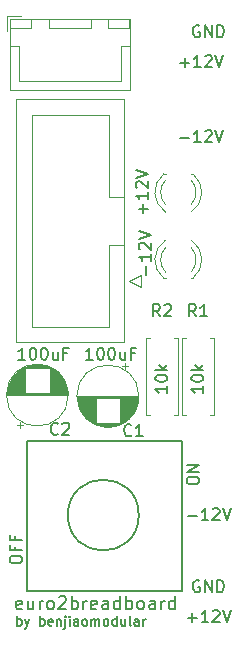
<source format=gbr>
%TF.GenerationSoftware,KiCad,Pcbnew,5.1.9+dfsg1-1~bpo10+1*%
%TF.CreationDate,2022-02-06T15:46:01+08:00*%
%TF.ProjectId,euro2breadboard,6575726f-3262-4726-9561-64626f617264,rev?*%
%TF.SameCoordinates,Original*%
%TF.FileFunction,Legend,Top*%
%TF.FilePolarity,Positive*%
%FSLAX46Y46*%
G04 Gerber Fmt 4.6, Leading zero omitted, Abs format (unit mm)*
G04 Created by KiCad (PCBNEW 5.1.9+dfsg1-1~bpo10+1) date 2022-02-06 15:46:01*
%MOMM*%
%LPD*%
G01*
G04 APERTURE LIST*
%ADD10C,0.150000*%
%ADD11C,0.120000*%
G04 APERTURE END LIST*
D10*
X68286380Y-86677380D02*
X68286380Y-86486904D01*
X68334000Y-86391666D01*
X68429238Y-86296428D01*
X68619714Y-86248809D01*
X68953047Y-86248809D01*
X69143523Y-86296428D01*
X69238761Y-86391666D01*
X69286380Y-86486904D01*
X69286380Y-86677380D01*
X69238761Y-86772619D01*
X69143523Y-86867857D01*
X68953047Y-86915476D01*
X68619714Y-86915476D01*
X68429238Y-86867857D01*
X68334000Y-86772619D01*
X68286380Y-86677380D01*
X68762571Y-85486904D02*
X68762571Y-85820238D01*
X69286380Y-85820238D02*
X68286380Y-85820238D01*
X68286380Y-85344047D01*
X68762571Y-84629761D02*
X68762571Y-84963095D01*
X69286380Y-84963095D02*
X68286380Y-84963095D01*
X68286380Y-84486904D01*
X83272380Y-79994047D02*
X83272380Y-79803571D01*
X83320000Y-79708333D01*
X83415238Y-79613095D01*
X83605714Y-79565476D01*
X83939047Y-79565476D01*
X84129523Y-79613095D01*
X84224761Y-79708333D01*
X84272380Y-79803571D01*
X84272380Y-79994047D01*
X84224761Y-80089285D01*
X84129523Y-80184523D01*
X83939047Y-80232142D01*
X83605714Y-80232142D01*
X83415238Y-80184523D01*
X83320000Y-80089285D01*
X83272380Y-79994047D01*
X84272380Y-79136904D02*
X83272380Y-79136904D01*
X84272380Y-78565476D01*
X83272380Y-78565476D01*
X69279285Y-90742238D02*
X69174523Y-90794619D01*
X68965000Y-90794619D01*
X68860238Y-90742238D01*
X68807857Y-90637476D01*
X68807857Y-90218428D01*
X68860238Y-90113666D01*
X68965000Y-90061285D01*
X69174523Y-90061285D01*
X69279285Y-90113666D01*
X69331666Y-90218428D01*
X69331666Y-90323190D01*
X68807857Y-90427952D01*
X70274523Y-90061285D02*
X70274523Y-90794619D01*
X69803095Y-90061285D02*
X69803095Y-90637476D01*
X69855476Y-90742238D01*
X69960238Y-90794619D01*
X70117380Y-90794619D01*
X70222142Y-90742238D01*
X70274523Y-90689857D01*
X70798333Y-90794619D02*
X70798333Y-90061285D01*
X70798333Y-90270809D02*
X70850714Y-90166047D01*
X70903095Y-90113666D01*
X71007857Y-90061285D01*
X71112619Y-90061285D01*
X71636428Y-90794619D02*
X71531666Y-90742238D01*
X71479285Y-90689857D01*
X71426904Y-90585095D01*
X71426904Y-90270809D01*
X71479285Y-90166047D01*
X71531666Y-90113666D01*
X71636428Y-90061285D01*
X71793571Y-90061285D01*
X71898333Y-90113666D01*
X71950714Y-90166047D01*
X72003095Y-90270809D01*
X72003095Y-90585095D01*
X71950714Y-90689857D01*
X71898333Y-90742238D01*
X71793571Y-90794619D01*
X71636428Y-90794619D01*
X72422142Y-89799380D02*
X72474523Y-89747000D01*
X72579285Y-89694619D01*
X72841190Y-89694619D01*
X72945952Y-89747000D01*
X72998333Y-89799380D01*
X73050714Y-89904142D01*
X73050714Y-90008904D01*
X72998333Y-90166047D01*
X72369761Y-90794619D01*
X73050714Y-90794619D01*
X73522142Y-90794619D02*
X73522142Y-89694619D01*
X73522142Y-90113666D02*
X73626904Y-90061285D01*
X73836428Y-90061285D01*
X73941190Y-90113666D01*
X73993571Y-90166047D01*
X74045952Y-90270809D01*
X74045952Y-90585095D01*
X73993571Y-90689857D01*
X73941190Y-90742238D01*
X73836428Y-90794619D01*
X73626904Y-90794619D01*
X73522142Y-90742238D01*
X74517380Y-90794619D02*
X74517380Y-90061285D01*
X74517380Y-90270809D02*
X74569761Y-90166047D01*
X74622142Y-90113666D01*
X74726904Y-90061285D01*
X74831666Y-90061285D01*
X75617380Y-90742238D02*
X75512619Y-90794619D01*
X75303095Y-90794619D01*
X75198333Y-90742238D01*
X75145952Y-90637476D01*
X75145952Y-90218428D01*
X75198333Y-90113666D01*
X75303095Y-90061285D01*
X75512619Y-90061285D01*
X75617380Y-90113666D01*
X75669761Y-90218428D01*
X75669761Y-90323190D01*
X75145952Y-90427952D01*
X76612619Y-90794619D02*
X76612619Y-90218428D01*
X76560238Y-90113666D01*
X76455476Y-90061285D01*
X76245952Y-90061285D01*
X76141190Y-90113666D01*
X76612619Y-90742238D02*
X76507857Y-90794619D01*
X76245952Y-90794619D01*
X76141190Y-90742238D01*
X76088809Y-90637476D01*
X76088809Y-90532714D01*
X76141190Y-90427952D01*
X76245952Y-90375571D01*
X76507857Y-90375571D01*
X76612619Y-90323190D01*
X77607857Y-90794619D02*
X77607857Y-89694619D01*
X77607857Y-90742238D02*
X77503095Y-90794619D01*
X77293571Y-90794619D01*
X77188809Y-90742238D01*
X77136428Y-90689857D01*
X77084047Y-90585095D01*
X77084047Y-90270809D01*
X77136428Y-90166047D01*
X77188809Y-90113666D01*
X77293571Y-90061285D01*
X77503095Y-90061285D01*
X77607857Y-90113666D01*
X78131666Y-90794619D02*
X78131666Y-89694619D01*
X78131666Y-90113666D02*
X78236428Y-90061285D01*
X78445952Y-90061285D01*
X78550714Y-90113666D01*
X78603095Y-90166047D01*
X78655476Y-90270809D01*
X78655476Y-90585095D01*
X78603095Y-90689857D01*
X78550714Y-90742238D01*
X78445952Y-90794619D01*
X78236428Y-90794619D01*
X78131666Y-90742238D01*
X79284047Y-90794619D02*
X79179285Y-90742238D01*
X79126904Y-90689857D01*
X79074523Y-90585095D01*
X79074523Y-90270809D01*
X79126904Y-90166047D01*
X79179285Y-90113666D01*
X79284047Y-90061285D01*
X79441190Y-90061285D01*
X79545952Y-90113666D01*
X79598333Y-90166047D01*
X79650714Y-90270809D01*
X79650714Y-90585095D01*
X79598333Y-90689857D01*
X79545952Y-90742238D01*
X79441190Y-90794619D01*
X79284047Y-90794619D01*
X80593571Y-90794619D02*
X80593571Y-90218428D01*
X80541190Y-90113666D01*
X80436428Y-90061285D01*
X80226904Y-90061285D01*
X80122142Y-90113666D01*
X80593571Y-90742238D02*
X80488809Y-90794619D01*
X80226904Y-90794619D01*
X80122142Y-90742238D01*
X80069761Y-90637476D01*
X80069761Y-90532714D01*
X80122142Y-90427952D01*
X80226904Y-90375571D01*
X80488809Y-90375571D01*
X80593571Y-90323190D01*
X81117380Y-90794619D02*
X81117380Y-90061285D01*
X81117380Y-90270809D02*
X81169761Y-90166047D01*
X81222142Y-90113666D01*
X81326904Y-90061285D01*
X81431666Y-90061285D01*
X82269761Y-90794619D02*
X82269761Y-89694619D01*
X82269761Y-90742238D02*
X82165000Y-90794619D01*
X81955476Y-90794619D01*
X81850714Y-90742238D01*
X81798333Y-90689857D01*
X81745952Y-90585095D01*
X81745952Y-90270809D01*
X81798333Y-90166047D01*
X81850714Y-90113666D01*
X81955476Y-90061285D01*
X82165000Y-90061285D01*
X82269761Y-90113666D01*
X68904523Y-92182904D02*
X68904523Y-91382904D01*
X68904523Y-91687666D02*
X68980714Y-91649571D01*
X69133095Y-91649571D01*
X69209285Y-91687666D01*
X69247380Y-91725761D01*
X69285476Y-91801952D01*
X69285476Y-92030523D01*
X69247380Y-92106714D01*
X69209285Y-92144809D01*
X69133095Y-92182904D01*
X68980714Y-92182904D01*
X68904523Y-92144809D01*
X69552142Y-91649571D02*
X69742619Y-92182904D01*
X69933095Y-91649571D02*
X69742619Y-92182904D01*
X69666428Y-92373380D01*
X69628333Y-92411476D01*
X69552142Y-92449571D01*
X70847380Y-92182904D02*
X70847380Y-91382904D01*
X70847380Y-91687666D02*
X70923571Y-91649571D01*
X71075952Y-91649571D01*
X71152142Y-91687666D01*
X71190238Y-91725761D01*
X71228333Y-91801952D01*
X71228333Y-92030523D01*
X71190238Y-92106714D01*
X71152142Y-92144809D01*
X71075952Y-92182904D01*
X70923571Y-92182904D01*
X70847380Y-92144809D01*
X71875952Y-92144809D02*
X71799761Y-92182904D01*
X71647380Y-92182904D01*
X71571190Y-92144809D01*
X71533095Y-92068619D01*
X71533095Y-91763857D01*
X71571190Y-91687666D01*
X71647380Y-91649571D01*
X71799761Y-91649571D01*
X71875952Y-91687666D01*
X71914047Y-91763857D01*
X71914047Y-91840047D01*
X71533095Y-91916238D01*
X72256904Y-91649571D02*
X72256904Y-92182904D01*
X72256904Y-91725761D02*
X72294999Y-91687666D01*
X72371190Y-91649571D01*
X72485476Y-91649571D01*
X72561666Y-91687666D01*
X72599761Y-91763857D01*
X72599761Y-92182904D01*
X72980714Y-91649571D02*
X72980714Y-92335285D01*
X72942619Y-92411476D01*
X72866428Y-92449571D01*
X72828333Y-92449571D01*
X72980714Y-91382904D02*
X72942619Y-91421000D01*
X72980714Y-91459095D01*
X73018809Y-91421000D01*
X72980714Y-91382904D01*
X72980714Y-91459095D01*
X73361666Y-92182904D02*
X73361666Y-91649571D01*
X73361666Y-91382904D02*
X73323571Y-91421000D01*
X73361666Y-91459095D01*
X73399761Y-91421000D01*
X73361666Y-91382904D01*
X73361666Y-91459095D01*
X74085476Y-92182904D02*
X74085476Y-91763857D01*
X74047380Y-91687666D01*
X73971190Y-91649571D01*
X73818809Y-91649571D01*
X73742619Y-91687666D01*
X74085476Y-92144809D02*
X74009285Y-92182904D01*
X73818809Y-92182904D01*
X73742619Y-92144809D01*
X73704523Y-92068619D01*
X73704523Y-91992428D01*
X73742619Y-91916238D01*
X73818809Y-91878142D01*
X74009285Y-91878142D01*
X74085476Y-91840047D01*
X74580714Y-92182904D02*
X74504523Y-92144809D01*
X74466428Y-92106714D01*
X74428333Y-92030523D01*
X74428333Y-91801952D01*
X74466428Y-91725761D01*
X74504523Y-91687666D01*
X74580714Y-91649571D01*
X74694999Y-91649571D01*
X74771190Y-91687666D01*
X74809285Y-91725761D01*
X74847380Y-91801952D01*
X74847380Y-92030523D01*
X74809285Y-92106714D01*
X74771190Y-92144809D01*
X74694999Y-92182904D01*
X74580714Y-92182904D01*
X75190238Y-92182904D02*
X75190238Y-91649571D01*
X75190238Y-91725761D02*
X75228333Y-91687666D01*
X75304523Y-91649571D01*
X75418809Y-91649571D01*
X75494999Y-91687666D01*
X75533095Y-91763857D01*
X75533095Y-92182904D01*
X75533095Y-91763857D02*
X75571190Y-91687666D01*
X75647380Y-91649571D01*
X75761666Y-91649571D01*
X75837857Y-91687666D01*
X75875952Y-91763857D01*
X75875952Y-92182904D01*
X76371190Y-92182904D02*
X76294999Y-92144809D01*
X76256904Y-92106714D01*
X76218809Y-92030523D01*
X76218809Y-91801952D01*
X76256904Y-91725761D01*
X76294999Y-91687666D01*
X76371190Y-91649571D01*
X76485476Y-91649571D01*
X76561666Y-91687666D01*
X76599761Y-91725761D01*
X76637857Y-91801952D01*
X76637857Y-92030523D01*
X76599761Y-92106714D01*
X76561666Y-92144809D01*
X76485476Y-92182904D01*
X76371190Y-92182904D01*
X77323571Y-92182904D02*
X77323571Y-91382904D01*
X77323571Y-92144809D02*
X77247380Y-92182904D01*
X77094999Y-92182904D01*
X77018809Y-92144809D01*
X76980714Y-92106714D01*
X76942619Y-92030523D01*
X76942619Y-91801952D01*
X76980714Y-91725761D01*
X77018809Y-91687666D01*
X77094999Y-91649571D01*
X77247380Y-91649571D01*
X77323571Y-91687666D01*
X78047380Y-91649571D02*
X78047380Y-92182904D01*
X77704523Y-91649571D02*
X77704523Y-92068619D01*
X77742619Y-92144809D01*
X77818809Y-92182904D01*
X77933095Y-92182904D01*
X78009285Y-92144809D01*
X78047380Y-92106714D01*
X78542619Y-92182904D02*
X78466428Y-92144809D01*
X78428333Y-92068619D01*
X78428333Y-91382904D01*
X79190238Y-92182904D02*
X79190238Y-91763857D01*
X79152142Y-91687666D01*
X79075952Y-91649571D01*
X78923571Y-91649571D01*
X78847380Y-91687666D01*
X79190238Y-92144809D02*
X79114047Y-92182904D01*
X78923571Y-92182904D01*
X78847380Y-92144809D01*
X78809285Y-92068619D01*
X78809285Y-91992428D01*
X78847380Y-91916238D01*
X78923571Y-91878142D01*
X79114047Y-91878142D01*
X79190238Y-91840047D01*
X79571190Y-92182904D02*
X79571190Y-91649571D01*
X79571190Y-91801952D02*
X79609285Y-91725761D01*
X79647380Y-91687666D01*
X79723571Y-91649571D01*
X79799761Y-91649571D01*
X82693095Y-50871428D02*
X83455000Y-50871428D01*
X84455000Y-51252380D02*
X83883571Y-51252380D01*
X84169285Y-51252380D02*
X84169285Y-50252380D01*
X84074047Y-50395238D01*
X83978809Y-50490476D01*
X83883571Y-50538095D01*
X84835952Y-50347619D02*
X84883571Y-50300000D01*
X84978809Y-50252380D01*
X85216904Y-50252380D01*
X85312142Y-50300000D01*
X85359761Y-50347619D01*
X85407380Y-50442857D01*
X85407380Y-50538095D01*
X85359761Y-50680952D01*
X84788333Y-51252380D01*
X85407380Y-51252380D01*
X85693095Y-50252380D02*
X86026428Y-51252380D01*
X86359761Y-50252380D01*
X83328095Y-82875428D02*
X84090000Y-82875428D01*
X85090000Y-83256380D02*
X84518571Y-83256380D01*
X84804285Y-83256380D02*
X84804285Y-82256380D01*
X84709047Y-82399238D01*
X84613809Y-82494476D01*
X84518571Y-82542095D01*
X85470952Y-82351619D02*
X85518571Y-82304000D01*
X85613809Y-82256380D01*
X85851904Y-82256380D01*
X85947142Y-82304000D01*
X85994761Y-82351619D01*
X86042380Y-82446857D01*
X86042380Y-82542095D01*
X85994761Y-82684952D01*
X85423333Y-83256380D01*
X86042380Y-83256380D01*
X86328095Y-82256380D02*
X86661428Y-83256380D01*
X86994761Y-82256380D01*
X84328095Y-88400000D02*
X84232857Y-88352380D01*
X84090000Y-88352380D01*
X83947142Y-88400000D01*
X83851904Y-88495238D01*
X83804285Y-88590476D01*
X83756666Y-88780952D01*
X83756666Y-88923809D01*
X83804285Y-89114285D01*
X83851904Y-89209523D01*
X83947142Y-89304761D01*
X84090000Y-89352380D01*
X84185238Y-89352380D01*
X84328095Y-89304761D01*
X84375714Y-89257142D01*
X84375714Y-88923809D01*
X84185238Y-88923809D01*
X84804285Y-89352380D02*
X84804285Y-88352380D01*
X85375714Y-89352380D01*
X85375714Y-88352380D01*
X85851904Y-89352380D02*
X85851904Y-88352380D01*
X86090000Y-88352380D01*
X86232857Y-88400000D01*
X86328095Y-88495238D01*
X86375714Y-88590476D01*
X86423333Y-88780952D01*
X86423333Y-88923809D01*
X86375714Y-89114285D01*
X86328095Y-89209523D01*
X86232857Y-89304761D01*
X86090000Y-89352380D01*
X85851904Y-89352380D01*
X83328095Y-91511428D02*
X84090000Y-91511428D01*
X83709047Y-91892380D02*
X83709047Y-91130476D01*
X85090000Y-91892380D02*
X84518571Y-91892380D01*
X84804285Y-91892380D02*
X84804285Y-90892380D01*
X84709047Y-91035238D01*
X84613809Y-91130476D01*
X84518571Y-91178095D01*
X85470952Y-90987619D02*
X85518571Y-90940000D01*
X85613809Y-90892380D01*
X85851904Y-90892380D01*
X85947142Y-90940000D01*
X85994761Y-90987619D01*
X86042380Y-91082857D01*
X86042380Y-91178095D01*
X85994761Y-91320952D01*
X85423333Y-91892380D01*
X86042380Y-91892380D01*
X86328095Y-90892380D02*
X86661428Y-91892380D01*
X86994761Y-90892380D01*
X82693095Y-44521428D02*
X83455000Y-44521428D01*
X83074047Y-44902380D02*
X83074047Y-44140476D01*
X84455000Y-44902380D02*
X83883571Y-44902380D01*
X84169285Y-44902380D02*
X84169285Y-43902380D01*
X84074047Y-44045238D01*
X83978809Y-44140476D01*
X83883571Y-44188095D01*
X84835952Y-43997619D02*
X84883571Y-43950000D01*
X84978809Y-43902380D01*
X85216904Y-43902380D01*
X85312142Y-43950000D01*
X85359761Y-43997619D01*
X85407380Y-44092857D01*
X85407380Y-44188095D01*
X85359761Y-44330952D01*
X84788333Y-44902380D01*
X85407380Y-44902380D01*
X85693095Y-43902380D02*
X86026428Y-44902380D01*
X86359761Y-43902380D01*
X84328095Y-41410000D02*
X84232857Y-41362380D01*
X84090000Y-41362380D01*
X83947142Y-41410000D01*
X83851904Y-41505238D01*
X83804285Y-41600476D01*
X83756666Y-41790952D01*
X83756666Y-41933809D01*
X83804285Y-42124285D01*
X83851904Y-42219523D01*
X83947142Y-42314761D01*
X84090000Y-42362380D01*
X84185238Y-42362380D01*
X84328095Y-42314761D01*
X84375714Y-42267142D01*
X84375714Y-41933809D01*
X84185238Y-41933809D01*
X84804285Y-42362380D02*
X84804285Y-41362380D01*
X85375714Y-42362380D01*
X85375714Y-41362380D01*
X85851904Y-42362380D02*
X85851904Y-41362380D01*
X86090000Y-41362380D01*
X86232857Y-41410000D01*
X86328095Y-41505238D01*
X86375714Y-41600476D01*
X86423333Y-41790952D01*
X86423333Y-41933809D01*
X86375714Y-42124285D01*
X86328095Y-42219523D01*
X86232857Y-42314761D01*
X86090000Y-42362380D01*
X85851904Y-42362380D01*
%TO.C,SW1*%
X69700000Y-89225000D02*
X69700000Y-76525000D01*
X69700000Y-76525000D02*
X82900000Y-76525000D01*
X82900000Y-89225000D02*
X69700000Y-89225000D01*
X82900000Y-76525000D02*
X82900000Y-89225000D01*
X79200417Y-82824584D02*
G75*
G03*
X79200417Y-82824584I-3000417J0D01*
G01*
D11*
%TO.C,C1*%
X78306000Y-70196225D02*
X77806000Y-70196225D01*
X78056000Y-69946225D02*
X78056000Y-70446225D01*
X76865000Y-75352000D02*
X76297000Y-75352000D01*
X77099000Y-75312000D02*
X76063000Y-75312000D01*
X77258000Y-75272000D02*
X75904000Y-75272000D01*
X77386000Y-75232000D02*
X75776000Y-75232000D01*
X77496000Y-75192000D02*
X75666000Y-75192000D01*
X77592000Y-75152000D02*
X75570000Y-75152000D01*
X77679000Y-75112000D02*
X75483000Y-75112000D01*
X77759000Y-75072000D02*
X75403000Y-75072000D01*
X75541000Y-75032000D02*
X75330000Y-75032000D01*
X77832000Y-75032000D02*
X77621000Y-75032000D01*
X75541000Y-74992000D02*
X75262000Y-74992000D01*
X77900000Y-74992000D02*
X77621000Y-74992000D01*
X75541000Y-74952000D02*
X75198000Y-74952000D01*
X77964000Y-74952000D02*
X77621000Y-74952000D01*
X75541000Y-74912000D02*
X75138000Y-74912000D01*
X78024000Y-74912000D02*
X77621000Y-74912000D01*
X75541000Y-74872000D02*
X75081000Y-74872000D01*
X78081000Y-74872000D02*
X77621000Y-74872000D01*
X75541000Y-74832000D02*
X75027000Y-74832000D01*
X78135000Y-74832000D02*
X77621000Y-74832000D01*
X75541000Y-74792000D02*
X74976000Y-74792000D01*
X78186000Y-74792000D02*
X77621000Y-74792000D01*
X75541000Y-74752000D02*
X74928000Y-74752000D01*
X78234000Y-74752000D02*
X77621000Y-74752000D01*
X75541000Y-74712000D02*
X74882000Y-74712000D01*
X78280000Y-74712000D02*
X77621000Y-74712000D01*
X75541000Y-74672000D02*
X74838000Y-74672000D01*
X78324000Y-74672000D02*
X77621000Y-74672000D01*
X75541000Y-74632000D02*
X74796000Y-74632000D01*
X78366000Y-74632000D02*
X77621000Y-74632000D01*
X75541000Y-74592000D02*
X74755000Y-74592000D01*
X78407000Y-74592000D02*
X77621000Y-74592000D01*
X75541000Y-74552000D02*
X74717000Y-74552000D01*
X78445000Y-74552000D02*
X77621000Y-74552000D01*
X75541000Y-74512000D02*
X74680000Y-74512000D01*
X78482000Y-74512000D02*
X77621000Y-74512000D01*
X75541000Y-74472000D02*
X74644000Y-74472000D01*
X78518000Y-74472000D02*
X77621000Y-74472000D01*
X75541000Y-74432000D02*
X74610000Y-74432000D01*
X78552000Y-74432000D02*
X77621000Y-74432000D01*
X75541000Y-74392000D02*
X74577000Y-74392000D01*
X78585000Y-74392000D02*
X77621000Y-74392000D01*
X75541000Y-74352000D02*
X74546000Y-74352000D01*
X78616000Y-74352000D02*
X77621000Y-74352000D01*
X75541000Y-74312000D02*
X74516000Y-74312000D01*
X78646000Y-74312000D02*
X77621000Y-74312000D01*
X75541000Y-74272000D02*
X74486000Y-74272000D01*
X78676000Y-74272000D02*
X77621000Y-74272000D01*
X75541000Y-74232000D02*
X74459000Y-74232000D01*
X78703000Y-74232000D02*
X77621000Y-74232000D01*
X75541000Y-74192000D02*
X74432000Y-74192000D01*
X78730000Y-74192000D02*
X77621000Y-74192000D01*
X75541000Y-74152000D02*
X74406000Y-74152000D01*
X78756000Y-74152000D02*
X77621000Y-74152000D01*
X75541000Y-74112000D02*
X74381000Y-74112000D01*
X78781000Y-74112000D02*
X77621000Y-74112000D01*
X75541000Y-74072000D02*
X74357000Y-74072000D01*
X78805000Y-74072000D02*
X77621000Y-74072000D01*
X75541000Y-74032000D02*
X74334000Y-74032000D01*
X78828000Y-74032000D02*
X77621000Y-74032000D01*
X75541000Y-73992000D02*
X74313000Y-73992000D01*
X78849000Y-73992000D02*
X77621000Y-73992000D01*
X75541000Y-73952000D02*
X74291000Y-73952000D01*
X78871000Y-73952000D02*
X77621000Y-73952000D01*
X75541000Y-73912000D02*
X74271000Y-73912000D01*
X78891000Y-73912000D02*
X77621000Y-73912000D01*
X75541000Y-73872000D02*
X74252000Y-73872000D01*
X78910000Y-73872000D02*
X77621000Y-73872000D01*
X75541000Y-73832000D02*
X74233000Y-73832000D01*
X78929000Y-73832000D02*
X77621000Y-73832000D01*
X75541000Y-73792000D02*
X74216000Y-73792000D01*
X78946000Y-73792000D02*
X77621000Y-73792000D01*
X75541000Y-73752000D02*
X74199000Y-73752000D01*
X78963000Y-73752000D02*
X77621000Y-73752000D01*
X75541000Y-73712000D02*
X74183000Y-73712000D01*
X78979000Y-73712000D02*
X77621000Y-73712000D01*
X75541000Y-73672000D02*
X74167000Y-73672000D01*
X78995000Y-73672000D02*
X77621000Y-73672000D01*
X75541000Y-73632000D02*
X74153000Y-73632000D01*
X79009000Y-73632000D02*
X77621000Y-73632000D01*
X75541000Y-73592000D02*
X74139000Y-73592000D01*
X79023000Y-73592000D02*
X77621000Y-73592000D01*
X75541000Y-73552000D02*
X74126000Y-73552000D01*
X79036000Y-73552000D02*
X77621000Y-73552000D01*
X75541000Y-73512000D02*
X74113000Y-73512000D01*
X79049000Y-73512000D02*
X77621000Y-73512000D01*
X75541000Y-73472000D02*
X74101000Y-73472000D01*
X79061000Y-73472000D02*
X77621000Y-73472000D01*
X75541000Y-73431000D02*
X74090000Y-73431000D01*
X79072000Y-73431000D02*
X77621000Y-73431000D01*
X75541000Y-73391000D02*
X74080000Y-73391000D01*
X79082000Y-73391000D02*
X77621000Y-73391000D01*
X75541000Y-73351000D02*
X74070000Y-73351000D01*
X79092000Y-73351000D02*
X77621000Y-73351000D01*
X75541000Y-73311000D02*
X74061000Y-73311000D01*
X79101000Y-73311000D02*
X77621000Y-73311000D01*
X75541000Y-73271000D02*
X74053000Y-73271000D01*
X79109000Y-73271000D02*
X77621000Y-73271000D01*
X75541000Y-73231000D02*
X74045000Y-73231000D01*
X79117000Y-73231000D02*
X77621000Y-73231000D01*
X75541000Y-73191000D02*
X74038000Y-73191000D01*
X79124000Y-73191000D02*
X77621000Y-73191000D01*
X75541000Y-73151000D02*
X74031000Y-73151000D01*
X79131000Y-73151000D02*
X77621000Y-73151000D01*
X75541000Y-73111000D02*
X74025000Y-73111000D01*
X79137000Y-73111000D02*
X77621000Y-73111000D01*
X75541000Y-73071000D02*
X74020000Y-73071000D01*
X79142000Y-73071000D02*
X77621000Y-73071000D01*
X75541000Y-73031000D02*
X74016000Y-73031000D01*
X79146000Y-73031000D02*
X77621000Y-73031000D01*
X75541000Y-72991000D02*
X74012000Y-72991000D01*
X79150000Y-72991000D02*
X77621000Y-72991000D01*
X79154000Y-72951000D02*
X74008000Y-72951000D01*
X79157000Y-72911000D02*
X74005000Y-72911000D01*
X79159000Y-72871000D02*
X74003000Y-72871000D01*
X79160000Y-72831000D02*
X74002000Y-72831000D01*
X79161000Y-72791000D02*
X74001000Y-72791000D01*
X79161000Y-72751000D02*
X74001000Y-72751000D01*
X79201000Y-72751000D02*
G75*
G03*
X79201000Y-72751000I-2620000J0D01*
G01*
%TO.C,C2*%
X73232000Y-72664000D02*
G75*
G03*
X73232000Y-72664000I-2620000J0D01*
G01*
X68032000Y-72664000D02*
X73192000Y-72664000D01*
X68032000Y-72624000D02*
X73192000Y-72624000D01*
X68033000Y-72584000D02*
X73191000Y-72584000D01*
X68034000Y-72544000D02*
X73190000Y-72544000D01*
X68036000Y-72504000D02*
X73188000Y-72504000D01*
X68039000Y-72464000D02*
X73185000Y-72464000D01*
X68043000Y-72424000D02*
X69572000Y-72424000D01*
X71652000Y-72424000D02*
X73181000Y-72424000D01*
X68047000Y-72384000D02*
X69572000Y-72384000D01*
X71652000Y-72384000D02*
X73177000Y-72384000D01*
X68051000Y-72344000D02*
X69572000Y-72344000D01*
X71652000Y-72344000D02*
X73173000Y-72344000D01*
X68056000Y-72304000D02*
X69572000Y-72304000D01*
X71652000Y-72304000D02*
X73168000Y-72304000D01*
X68062000Y-72264000D02*
X69572000Y-72264000D01*
X71652000Y-72264000D02*
X73162000Y-72264000D01*
X68069000Y-72224000D02*
X69572000Y-72224000D01*
X71652000Y-72224000D02*
X73155000Y-72224000D01*
X68076000Y-72184000D02*
X69572000Y-72184000D01*
X71652000Y-72184000D02*
X73148000Y-72184000D01*
X68084000Y-72144000D02*
X69572000Y-72144000D01*
X71652000Y-72144000D02*
X73140000Y-72144000D01*
X68092000Y-72104000D02*
X69572000Y-72104000D01*
X71652000Y-72104000D02*
X73132000Y-72104000D01*
X68101000Y-72064000D02*
X69572000Y-72064000D01*
X71652000Y-72064000D02*
X73123000Y-72064000D01*
X68111000Y-72024000D02*
X69572000Y-72024000D01*
X71652000Y-72024000D02*
X73113000Y-72024000D01*
X68121000Y-71984000D02*
X69572000Y-71984000D01*
X71652000Y-71984000D02*
X73103000Y-71984000D01*
X68132000Y-71943000D02*
X69572000Y-71943000D01*
X71652000Y-71943000D02*
X73092000Y-71943000D01*
X68144000Y-71903000D02*
X69572000Y-71903000D01*
X71652000Y-71903000D02*
X73080000Y-71903000D01*
X68157000Y-71863000D02*
X69572000Y-71863000D01*
X71652000Y-71863000D02*
X73067000Y-71863000D01*
X68170000Y-71823000D02*
X69572000Y-71823000D01*
X71652000Y-71823000D02*
X73054000Y-71823000D01*
X68184000Y-71783000D02*
X69572000Y-71783000D01*
X71652000Y-71783000D02*
X73040000Y-71783000D01*
X68198000Y-71743000D02*
X69572000Y-71743000D01*
X71652000Y-71743000D02*
X73026000Y-71743000D01*
X68214000Y-71703000D02*
X69572000Y-71703000D01*
X71652000Y-71703000D02*
X73010000Y-71703000D01*
X68230000Y-71663000D02*
X69572000Y-71663000D01*
X71652000Y-71663000D02*
X72994000Y-71663000D01*
X68247000Y-71623000D02*
X69572000Y-71623000D01*
X71652000Y-71623000D02*
X72977000Y-71623000D01*
X68264000Y-71583000D02*
X69572000Y-71583000D01*
X71652000Y-71583000D02*
X72960000Y-71583000D01*
X68283000Y-71543000D02*
X69572000Y-71543000D01*
X71652000Y-71543000D02*
X72941000Y-71543000D01*
X68302000Y-71503000D02*
X69572000Y-71503000D01*
X71652000Y-71503000D02*
X72922000Y-71503000D01*
X68322000Y-71463000D02*
X69572000Y-71463000D01*
X71652000Y-71463000D02*
X72902000Y-71463000D01*
X68344000Y-71423000D02*
X69572000Y-71423000D01*
X71652000Y-71423000D02*
X72880000Y-71423000D01*
X68365000Y-71383000D02*
X69572000Y-71383000D01*
X71652000Y-71383000D02*
X72859000Y-71383000D01*
X68388000Y-71343000D02*
X69572000Y-71343000D01*
X71652000Y-71343000D02*
X72836000Y-71343000D01*
X68412000Y-71303000D02*
X69572000Y-71303000D01*
X71652000Y-71303000D02*
X72812000Y-71303000D01*
X68437000Y-71263000D02*
X69572000Y-71263000D01*
X71652000Y-71263000D02*
X72787000Y-71263000D01*
X68463000Y-71223000D02*
X69572000Y-71223000D01*
X71652000Y-71223000D02*
X72761000Y-71223000D01*
X68490000Y-71183000D02*
X69572000Y-71183000D01*
X71652000Y-71183000D02*
X72734000Y-71183000D01*
X68517000Y-71143000D02*
X69572000Y-71143000D01*
X71652000Y-71143000D02*
X72707000Y-71143000D01*
X68547000Y-71103000D02*
X69572000Y-71103000D01*
X71652000Y-71103000D02*
X72677000Y-71103000D01*
X68577000Y-71063000D02*
X69572000Y-71063000D01*
X71652000Y-71063000D02*
X72647000Y-71063000D01*
X68608000Y-71023000D02*
X69572000Y-71023000D01*
X71652000Y-71023000D02*
X72616000Y-71023000D01*
X68641000Y-70983000D02*
X69572000Y-70983000D01*
X71652000Y-70983000D02*
X72583000Y-70983000D01*
X68675000Y-70943000D02*
X69572000Y-70943000D01*
X71652000Y-70943000D02*
X72549000Y-70943000D01*
X68711000Y-70903000D02*
X69572000Y-70903000D01*
X71652000Y-70903000D02*
X72513000Y-70903000D01*
X68748000Y-70863000D02*
X69572000Y-70863000D01*
X71652000Y-70863000D02*
X72476000Y-70863000D01*
X68786000Y-70823000D02*
X69572000Y-70823000D01*
X71652000Y-70823000D02*
X72438000Y-70823000D01*
X68827000Y-70783000D02*
X69572000Y-70783000D01*
X71652000Y-70783000D02*
X72397000Y-70783000D01*
X68869000Y-70743000D02*
X69572000Y-70743000D01*
X71652000Y-70743000D02*
X72355000Y-70743000D01*
X68913000Y-70703000D02*
X69572000Y-70703000D01*
X71652000Y-70703000D02*
X72311000Y-70703000D01*
X68959000Y-70663000D02*
X69572000Y-70663000D01*
X71652000Y-70663000D02*
X72265000Y-70663000D01*
X69007000Y-70623000D02*
X69572000Y-70623000D01*
X71652000Y-70623000D02*
X72217000Y-70623000D01*
X69058000Y-70583000D02*
X69572000Y-70583000D01*
X71652000Y-70583000D02*
X72166000Y-70583000D01*
X69112000Y-70543000D02*
X69572000Y-70543000D01*
X71652000Y-70543000D02*
X72112000Y-70543000D01*
X69169000Y-70503000D02*
X69572000Y-70503000D01*
X71652000Y-70503000D02*
X72055000Y-70503000D01*
X69229000Y-70463000D02*
X69572000Y-70463000D01*
X71652000Y-70463000D02*
X71995000Y-70463000D01*
X69293000Y-70423000D02*
X69572000Y-70423000D01*
X71652000Y-70423000D02*
X71931000Y-70423000D01*
X69361000Y-70383000D02*
X69572000Y-70383000D01*
X71652000Y-70383000D02*
X71863000Y-70383000D01*
X69434000Y-70343000D02*
X71790000Y-70343000D01*
X69514000Y-70303000D02*
X71710000Y-70303000D01*
X69601000Y-70263000D02*
X71623000Y-70263000D01*
X69697000Y-70223000D02*
X71527000Y-70223000D01*
X69807000Y-70183000D02*
X71417000Y-70183000D01*
X69935000Y-70143000D02*
X71289000Y-70143000D01*
X70094000Y-70103000D02*
X71130000Y-70103000D01*
X70328000Y-70063000D02*
X70896000Y-70063000D01*
X69137000Y-75468775D02*
X69137000Y-74968775D01*
X68887000Y-75218775D02*
X69387000Y-75218775D01*
%TO.C,J2*%
X77966000Y-68202000D02*
X68846000Y-68202000D01*
X68846000Y-68202000D02*
X68846000Y-47622000D01*
X68846000Y-47622000D02*
X77966000Y-47622000D01*
X77966000Y-47622000D02*
X77966000Y-68202000D01*
X77966000Y-59962000D02*
X76656000Y-59962000D01*
X76656000Y-59962000D02*
X76656000Y-66902000D01*
X76656000Y-66902000D02*
X70156000Y-66902000D01*
X70156000Y-66902000D02*
X70156000Y-48922000D01*
X70156000Y-48922000D02*
X76656000Y-48922000D01*
X76656000Y-48922000D02*
X76656000Y-55862000D01*
X76656000Y-55862000D02*
X76656000Y-55862000D01*
X76656000Y-55862000D02*
X77966000Y-55862000D01*
X78356000Y-62992000D02*
X79356000Y-63492000D01*
X79356000Y-63492000D02*
X79356000Y-62492000D01*
X79356000Y-62492000D02*
X78356000Y-62992000D01*
%TO.C,J1*%
X68306000Y-40847000D02*
X68306000Y-46817000D01*
X68306000Y-46817000D02*
X78426000Y-46817000D01*
X78426000Y-46817000D02*
X78426000Y-40847000D01*
X78426000Y-40847000D02*
X68306000Y-40847000D01*
X71616000Y-40857000D02*
X71616000Y-41607000D01*
X71616000Y-41607000D02*
X75116000Y-41607000D01*
X75116000Y-41607000D02*
X75116000Y-40857000D01*
X75116000Y-40857000D02*
X71616000Y-40857000D01*
X68316000Y-40857000D02*
X68316000Y-41607000D01*
X68316000Y-41607000D02*
X70116000Y-41607000D01*
X70116000Y-41607000D02*
X70116000Y-40857000D01*
X70116000Y-40857000D02*
X68316000Y-40857000D01*
X76616000Y-40857000D02*
X76616000Y-41607000D01*
X76616000Y-41607000D02*
X78416000Y-41607000D01*
X78416000Y-41607000D02*
X78416000Y-40857000D01*
X78416000Y-40857000D02*
X76616000Y-40857000D01*
X68316000Y-43107000D02*
X69066000Y-43107000D01*
X69066000Y-43107000D02*
X69066000Y-46057000D01*
X69066000Y-46057000D02*
X73366000Y-46057000D01*
X78416000Y-43107000D02*
X77666000Y-43107000D01*
X77666000Y-43107000D02*
X77666000Y-46057000D01*
X77666000Y-46057000D02*
X73366000Y-46057000D01*
X69266000Y-40557000D02*
X68016000Y-40557000D01*
X68016000Y-40557000D02*
X68016000Y-41807000D01*
%TO.C,-12V*%
X83630000Y-62774000D02*
X83786000Y-62774000D01*
X81314000Y-62774000D02*
X81470000Y-62774000D01*
X83629837Y-60172870D02*
G75*
G02*
X83630000Y-62254961I-1079837J-1041130D01*
G01*
X81470163Y-60172870D02*
G75*
G03*
X81470000Y-62254961I1079837J-1041130D01*
G01*
X83628608Y-59541665D02*
G75*
G02*
X83785516Y-62774000I-1078608J-1672335D01*
G01*
X81471392Y-59541665D02*
G75*
G03*
X81314484Y-62774000I1078608J-1672335D01*
G01*
%TO.C,+12V*%
X83786000Y-53939000D02*
X83630000Y-53939000D01*
X81470000Y-53939000D02*
X81314000Y-53939000D01*
X83628608Y-57171335D02*
G75*
G03*
X83785516Y-53939000I-1078608J1672335D01*
G01*
X81471392Y-57171335D02*
G75*
G02*
X81314484Y-53939000I1078608J1672335D01*
G01*
X83629837Y-56540130D02*
G75*
G03*
X83630000Y-54458039I-1079837J1041130D01*
G01*
X81470163Y-56540130D02*
G75*
G02*
X81470000Y-54458039I1079837J1041130D01*
G01*
%TO.C,R1*%
X85571000Y-74390000D02*
X85241000Y-74390000D01*
X83161000Y-67850000D02*
X82831000Y-67850000D01*
X82831000Y-74390000D02*
X83161000Y-74390000D01*
X82831000Y-67850000D02*
X82831000Y-74390000D01*
X85241000Y-67850000D02*
X85571000Y-67850000D01*
X85571000Y-67850000D02*
X85571000Y-74390000D01*
%TO.C,R2*%
X82523000Y-67850000D02*
X82523000Y-74390000D01*
X82193000Y-67850000D02*
X82523000Y-67850000D01*
X79783000Y-67850000D02*
X79783000Y-74390000D01*
X79783000Y-74390000D02*
X80113000Y-74390000D01*
X80113000Y-67850000D02*
X79783000Y-67850000D01*
X82523000Y-74390000D02*
X82193000Y-74390000D01*
%TO.C,C1*%
D10*
X78573333Y-76049142D02*
X78525714Y-76096761D01*
X78382857Y-76144380D01*
X78287619Y-76144380D01*
X78144761Y-76096761D01*
X78049523Y-76001523D01*
X78001904Y-75906285D01*
X77954285Y-75715809D01*
X77954285Y-75572952D01*
X78001904Y-75382476D01*
X78049523Y-75287238D01*
X78144761Y-75192000D01*
X78287619Y-75144380D01*
X78382857Y-75144380D01*
X78525714Y-75192000D01*
X78573333Y-75239619D01*
X79525714Y-76144380D02*
X78954285Y-76144380D01*
X79240000Y-76144380D02*
X79240000Y-75144380D01*
X79144761Y-75287238D01*
X79049523Y-75382476D01*
X78954285Y-75430095D01*
X75287380Y-69667380D02*
X74715952Y-69667380D01*
X75001666Y-69667380D02*
X75001666Y-68667380D01*
X74906428Y-68810238D01*
X74811190Y-68905476D01*
X74715952Y-68953095D01*
X75906428Y-68667380D02*
X76001666Y-68667380D01*
X76096904Y-68715000D01*
X76144523Y-68762619D01*
X76192142Y-68857857D01*
X76239761Y-69048333D01*
X76239761Y-69286428D01*
X76192142Y-69476904D01*
X76144523Y-69572142D01*
X76096904Y-69619761D01*
X76001666Y-69667380D01*
X75906428Y-69667380D01*
X75811190Y-69619761D01*
X75763571Y-69572142D01*
X75715952Y-69476904D01*
X75668333Y-69286428D01*
X75668333Y-69048333D01*
X75715952Y-68857857D01*
X75763571Y-68762619D01*
X75811190Y-68715000D01*
X75906428Y-68667380D01*
X76858809Y-68667380D02*
X76954047Y-68667380D01*
X77049285Y-68715000D01*
X77096904Y-68762619D01*
X77144523Y-68857857D01*
X77192142Y-69048333D01*
X77192142Y-69286428D01*
X77144523Y-69476904D01*
X77096904Y-69572142D01*
X77049285Y-69619761D01*
X76954047Y-69667380D01*
X76858809Y-69667380D01*
X76763571Y-69619761D01*
X76715952Y-69572142D01*
X76668333Y-69476904D01*
X76620714Y-69286428D01*
X76620714Y-69048333D01*
X76668333Y-68857857D01*
X76715952Y-68762619D01*
X76763571Y-68715000D01*
X76858809Y-68667380D01*
X78049285Y-69000714D02*
X78049285Y-69667380D01*
X77620714Y-69000714D02*
X77620714Y-69524523D01*
X77668333Y-69619761D01*
X77763571Y-69667380D01*
X77906428Y-69667380D01*
X78001666Y-69619761D01*
X78049285Y-69572142D01*
X78858809Y-69143571D02*
X78525476Y-69143571D01*
X78525476Y-69667380D02*
X78525476Y-68667380D01*
X79001666Y-68667380D01*
%TO.C,C2*%
X72350333Y-75922142D02*
X72302714Y-75969761D01*
X72159857Y-76017380D01*
X72064619Y-76017380D01*
X71921761Y-75969761D01*
X71826523Y-75874523D01*
X71778904Y-75779285D01*
X71731285Y-75588809D01*
X71731285Y-75445952D01*
X71778904Y-75255476D01*
X71826523Y-75160238D01*
X71921761Y-75065000D01*
X72064619Y-75017380D01*
X72159857Y-75017380D01*
X72302714Y-75065000D01*
X72350333Y-75112619D01*
X72731285Y-75112619D02*
X72778904Y-75065000D01*
X72874142Y-75017380D01*
X73112238Y-75017380D01*
X73207476Y-75065000D01*
X73255095Y-75112619D01*
X73302714Y-75207857D01*
X73302714Y-75303095D01*
X73255095Y-75445952D01*
X72683666Y-76017380D01*
X73302714Y-76017380D01*
X69572380Y-69667380D02*
X69000952Y-69667380D01*
X69286666Y-69667380D02*
X69286666Y-68667380D01*
X69191428Y-68810238D01*
X69096190Y-68905476D01*
X69000952Y-68953095D01*
X70191428Y-68667380D02*
X70286666Y-68667380D01*
X70381904Y-68715000D01*
X70429523Y-68762619D01*
X70477142Y-68857857D01*
X70524761Y-69048333D01*
X70524761Y-69286428D01*
X70477142Y-69476904D01*
X70429523Y-69572142D01*
X70381904Y-69619761D01*
X70286666Y-69667380D01*
X70191428Y-69667380D01*
X70096190Y-69619761D01*
X70048571Y-69572142D01*
X70000952Y-69476904D01*
X69953333Y-69286428D01*
X69953333Y-69048333D01*
X70000952Y-68857857D01*
X70048571Y-68762619D01*
X70096190Y-68715000D01*
X70191428Y-68667380D01*
X71143809Y-68667380D02*
X71239047Y-68667380D01*
X71334285Y-68715000D01*
X71381904Y-68762619D01*
X71429523Y-68857857D01*
X71477142Y-69048333D01*
X71477142Y-69286428D01*
X71429523Y-69476904D01*
X71381904Y-69572142D01*
X71334285Y-69619761D01*
X71239047Y-69667380D01*
X71143809Y-69667380D01*
X71048571Y-69619761D01*
X71000952Y-69572142D01*
X70953333Y-69476904D01*
X70905714Y-69286428D01*
X70905714Y-69048333D01*
X70953333Y-68857857D01*
X71000952Y-68762619D01*
X71048571Y-68715000D01*
X71143809Y-68667380D01*
X72334285Y-69000714D02*
X72334285Y-69667380D01*
X71905714Y-69000714D02*
X71905714Y-69524523D01*
X71953333Y-69619761D01*
X72048571Y-69667380D01*
X72191428Y-69667380D01*
X72286666Y-69619761D01*
X72334285Y-69572142D01*
X73143809Y-69143571D02*
X72810476Y-69143571D01*
X72810476Y-69667380D02*
X72810476Y-68667380D01*
X73286666Y-68667380D01*
%TO.C,-12V*%
X79827428Y-62467904D02*
X79827428Y-61706000D01*
X80208380Y-60706000D02*
X80208380Y-61277428D01*
X80208380Y-60991714D02*
X79208380Y-60991714D01*
X79351238Y-61086952D01*
X79446476Y-61182190D01*
X79494095Y-61277428D01*
X79303619Y-60325047D02*
X79256000Y-60277428D01*
X79208380Y-60182190D01*
X79208380Y-59944095D01*
X79256000Y-59848857D01*
X79303619Y-59801238D01*
X79398857Y-59753619D01*
X79494095Y-59753619D01*
X79636952Y-59801238D01*
X80208380Y-60372666D01*
X80208380Y-59753619D01*
X79208380Y-59467904D02*
X80208380Y-59134571D01*
X79208380Y-58801238D01*
%TO.C,+12V*%
X79573428Y-57260904D02*
X79573428Y-56499000D01*
X79954380Y-56879952D02*
X79192476Y-56879952D01*
X79954380Y-55499000D02*
X79954380Y-56070428D01*
X79954380Y-55784714D02*
X78954380Y-55784714D01*
X79097238Y-55879952D01*
X79192476Y-55975190D01*
X79240095Y-56070428D01*
X79049619Y-55118047D02*
X79002000Y-55070428D01*
X78954380Y-54975190D01*
X78954380Y-54737095D01*
X79002000Y-54641857D01*
X79049619Y-54594238D01*
X79144857Y-54546619D01*
X79240095Y-54546619D01*
X79382952Y-54594238D01*
X79954380Y-55165666D01*
X79954380Y-54546619D01*
X78954380Y-54260904D02*
X79954380Y-53927571D01*
X78954380Y-53594238D01*
%TO.C,R1*%
X84034333Y-65984380D02*
X83701000Y-65508190D01*
X83462904Y-65984380D02*
X83462904Y-64984380D01*
X83843857Y-64984380D01*
X83939095Y-65032000D01*
X83986714Y-65079619D01*
X84034333Y-65174857D01*
X84034333Y-65317714D01*
X83986714Y-65412952D01*
X83939095Y-65460571D01*
X83843857Y-65508190D01*
X83462904Y-65508190D01*
X84986714Y-65984380D02*
X84415285Y-65984380D01*
X84701000Y-65984380D02*
X84701000Y-64984380D01*
X84605761Y-65127238D01*
X84510523Y-65222476D01*
X84415285Y-65270095D01*
X84653380Y-71905238D02*
X84653380Y-72476666D01*
X84653380Y-72190952D02*
X83653380Y-72190952D01*
X83796238Y-72286190D01*
X83891476Y-72381428D01*
X83939095Y-72476666D01*
X83653380Y-71286190D02*
X83653380Y-71190952D01*
X83701000Y-71095714D01*
X83748619Y-71048095D01*
X83843857Y-71000476D01*
X84034333Y-70952857D01*
X84272428Y-70952857D01*
X84462904Y-71000476D01*
X84558142Y-71048095D01*
X84605761Y-71095714D01*
X84653380Y-71190952D01*
X84653380Y-71286190D01*
X84605761Y-71381428D01*
X84558142Y-71429047D01*
X84462904Y-71476666D01*
X84272428Y-71524285D01*
X84034333Y-71524285D01*
X83843857Y-71476666D01*
X83748619Y-71429047D01*
X83701000Y-71381428D01*
X83653380Y-71286190D01*
X84653380Y-70524285D02*
X83653380Y-70524285D01*
X84272428Y-70429047D02*
X84653380Y-70143333D01*
X83986714Y-70143333D02*
X84367666Y-70524285D01*
%TO.C,R2*%
X80986333Y-65984380D02*
X80653000Y-65508190D01*
X80414904Y-65984380D02*
X80414904Y-64984380D01*
X80795857Y-64984380D01*
X80891095Y-65032000D01*
X80938714Y-65079619D01*
X80986333Y-65174857D01*
X80986333Y-65317714D01*
X80938714Y-65412952D01*
X80891095Y-65460571D01*
X80795857Y-65508190D01*
X80414904Y-65508190D01*
X81367285Y-65079619D02*
X81414904Y-65032000D01*
X81510142Y-64984380D01*
X81748238Y-64984380D01*
X81843476Y-65032000D01*
X81891095Y-65079619D01*
X81938714Y-65174857D01*
X81938714Y-65270095D01*
X81891095Y-65412952D01*
X81319666Y-65984380D01*
X81938714Y-65984380D01*
X81605380Y-71905238D02*
X81605380Y-72476666D01*
X81605380Y-72190952D02*
X80605380Y-72190952D01*
X80748238Y-72286190D01*
X80843476Y-72381428D01*
X80891095Y-72476666D01*
X80605380Y-71286190D02*
X80605380Y-71190952D01*
X80653000Y-71095714D01*
X80700619Y-71048095D01*
X80795857Y-71000476D01*
X80986333Y-70952857D01*
X81224428Y-70952857D01*
X81414904Y-71000476D01*
X81510142Y-71048095D01*
X81557761Y-71095714D01*
X81605380Y-71190952D01*
X81605380Y-71286190D01*
X81557761Y-71381428D01*
X81510142Y-71429047D01*
X81414904Y-71476666D01*
X81224428Y-71524285D01*
X80986333Y-71524285D01*
X80795857Y-71476666D01*
X80700619Y-71429047D01*
X80653000Y-71381428D01*
X80605380Y-71286190D01*
X81605380Y-70524285D02*
X80605380Y-70524285D01*
X81224428Y-70429047D02*
X81605380Y-70143333D01*
X80938714Y-70143333D02*
X81319666Y-70524285D01*
%TD*%
M02*

</source>
